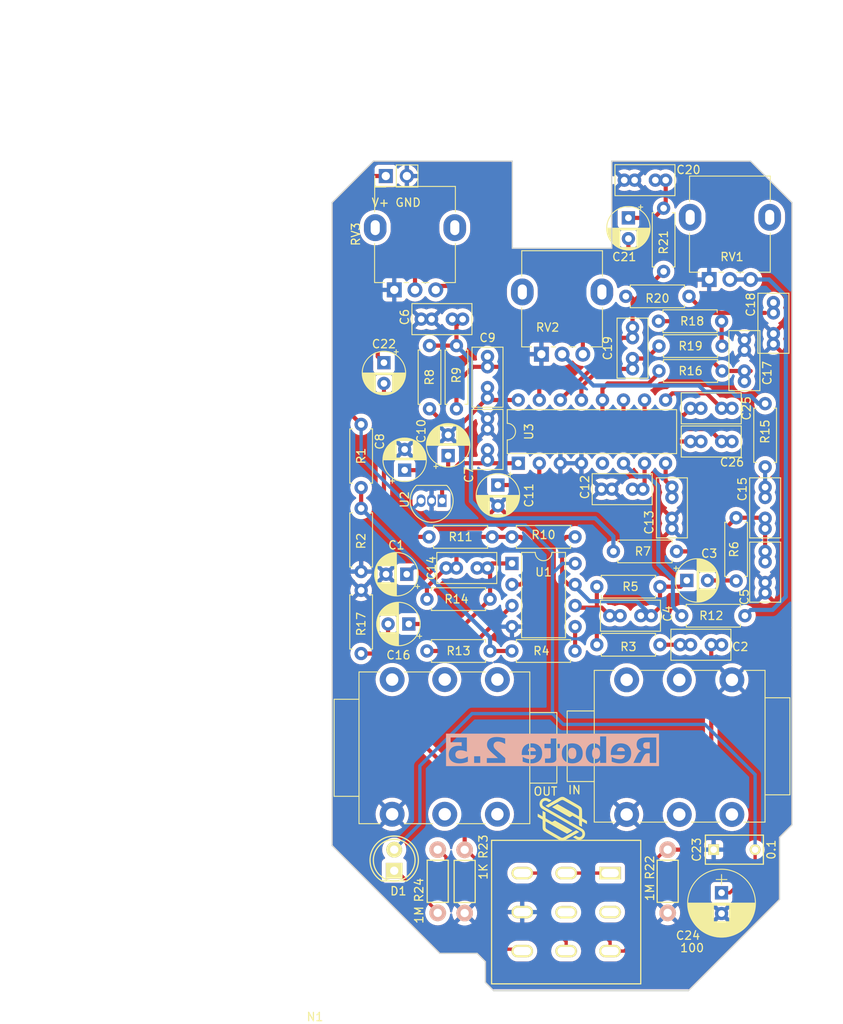
<source format=kicad_pcb>
(kicad_pcb (version 20221018) (generator pcbnew)
  (layers (0 "F.Cu" signal) (31 "B.Cu" signal) (34 "B.Paste" user) (35 "F.Paste" user) (36 "B.SilkS" user "B.Silkscreen") (37 "F.SilkS" user "F.Silkscreen") (38 "B.Mask" user) (39 "F.Mask" user) (44 "Edge.Cuts" user))
  (net 0 "")
  (net 1 "GND")
  (net 2 "+9V")
  (net 3 "Net-(D1-K)")
  (net 7 "Net-(J2-T)")
  (net 12 "Net-(J3-T)")
  (net 13 "O")
  (net 14 "I")
  (net 15 "Net-(SW1C-C)")
  (net 16 "Net-(SW1A-A)")
  (net 17 "Net-(J4-T)")
  (net 18 "Net-(J1-T)")
  (net 19 "VD")
  (net 20 "Net-(C2-Pad2)")
  (net 21 "AI")
  (net 22 "Net-(C3-Pad2)")
  (net 23 "Net-(U1B--)")
  (net 24 "Net-(C15-Pad1)")
  (net 25 "Net-(C6-Pad2)")
  (net 26 "+5V")
  (net 27 "LPF1-IN")
  (net 28 "LPF1-OUT")
  (net 29 "Net-(U3-REF)")
  (net 30 "Net-(U3-CC1)")
  (net 31 "Net-(U3-CC0)")
  (net 32 "Net-(U1A--)")
  (net 33 "Net-(C14-Pad2)")
  (net 34 "Net-(C15-Pad2)")
  (net 35 "Net-(C17-Pad2)")
  (net 36 "Net-(C18-Pad2)")
  (net 37 "LPF2-IN")
  (net 38 "LPF2-OUT")
  (net 39 "Net-(C20-Pad2)")
  (net 40 "Net-(C21-Pad2)")
  (net 41 "Net-(C22-Pad1)")
  (net 42 "Net-(C22-Pad2)")
  (net 43 "Net-(U3-OP1-OUT)")
  (net 44 "Net-(U3-OP1-IN)")
  (net 45 "Net-(U3-OP2-IN)")
  (net 46 "DELAY_OUT")
  (net 47 "Net-(U1B-+)")
  (net 48 "Net-(U3-VCO)")
  (net 49 "Net-(R12-Pad2)")
  (net 50 "Net-(U1A-+)")
  (net 51 "Net-(R15-Pad2)")
  (footprint "KiCad Lib:3PDT-Footswitch" (layer "F.Cu") (at 143.25 142.525 180)
    (fp_text reference "SW1" hide)
    (fp_text value "SW_3PDT" hide)
  )
  (footprint "Connectors:NMJ6HCD2" (layer "F.Cu") (at 122.25 130.73 90)
    (fp_text reference "J3" hide)
    (fp_text value "OUT")
  )
  (footprint "Pin_Headers:Pin_Header_Straight_1x02_Pitch2.54mm" (layer "F.Cu") (at 121.485 53.8 90)
    (fp_text reference "J1" hide)
    (fp_text value "V+ GND")
  )
  (footprint "Capacitors_THT:CP_Radial_D8.0mm_P2.50mm" (layer "F.Cu") (at 162 140.2 -90)
    (fp_text reference "C24")
    (fp_text value "100")
  )
  (footprint "LEDs:LED-5MM" (layer "F.Cu") (at 122.5 137.54 90)
    (fp_text reference "D1")
    (fp_text value "LED" hide)
  )
  (footprint "Resistors_ThroughHole:Resistor_Horizontal_RM7mm" (layer "F.Cu") (at 155.5 135 -90)
    (fp_text reference "R22")
    (fp_text value "1M")
  )
  (footprint "Resistors_ThroughHole:Resistor_Horizontal_RM7mm" (layer "F.Cu") (at 131 135.02 -90)
    (fp_text reference "R23")
    (fp_text value "1K")
  )
  (footprint "Resistors_ThroughHole:Resistor_Horizontal_RM7mm" (layer "F.Cu") (at 127.75 142.62 90)
    (fp_text reference "R24")
    (fp_text value "1M")
  )
  (footprint "Capacitors_ThroughHole:C_Rect_L7_W3.5_P5" (layer "F.Cu") (at 161.05 135)
    (fp_text reference "C23")
    (fp_text value "0.1")
  )
  (footprint "Connectors:NMJ6HCD2" (layer "F.Cu") (at 163.25 114.53 -90)
    (fp_text reference "J2" hide)
    (fp_text value "IN")
  )
  (footprint "Resistor_THT:R_Axial_DIN0207_L6.3mm_D2.5mm_P7.62mm_Horizontal" (layer "F.Cu") (at 155.01 65.3 90)
    (fp_text reference "R21")
    (fp_text value "2k7")
  )
  (footprint "Resistor_THT:R_Axial_DIN0207_L6.3mm_D2.5mm_P7.62mm_Horizontal" (layer "F.Cu") (at 154.39 71.3)
    (fp_text reference "R18")
    (fp_text value "12K")
  )
  (footprint "Resistor_THT:R_Axial_DIN0207_L6.3mm_D2.5mm_P7.62mm_Horizontal" (layer "F.Cu") (at 136.7 111.05)
    (fp_text reference "R4")
    (fp_text value "510K")
  )
  (footprint "Potentiometer_THT:Potentiometer_Alpha_RD901F-40-00D_Single_Vertical" (layer "F.Cu") (at 140.26 75.275 90)
    (fp_text reference "RV2")
    (fp_text value "25KB")
  )
  (footprint "Capacitor_THT:CP_Radial_D5.0mm_P2.50mm" (layer "F.Cu") (at 123.76 89.255113 90)
    (fp_text reference "C8")
    (fp_text value "47uF")
  )
  (footprint "Package_TO_SOT_THT:TO-92_Inline" (layer "F.Cu") (at 128.28 92.94 180)
    (fp_text reference "U2")
    (fp_text value "L78L05_TO92")
  )
  (footprint "Capacitor_THT:C_Rect_L7.0mm_W3.5mm_P2.50mm_P5.00mm" (layer "F.Cu") (at 168.26 74.05 90)
    (fp_text reference "C18")
    (fp_text value "10nF")
  )
  (footprint "Pedal-Components:tkw" (layer "F.Cu") (at 142.76 131.3)
    (fp_text reference "G***" hide)
    (fp_text value "LOGO" hide)
  )
  (footprint "Capacitor_THT:C_Rect_L7.0mm_W3.5mm_P2.50mm_P5.00mm" (layer "F.Cu") (at 147.51 91.55)
    (fp_text reference "C12")
    (fp_text value "100nF")
  )
  (footprint "Potentiometer_THT:Potentiometer_Alpha_RD901F-40-00D_Single_Vertical" (layer "F.Cu") (at 160.51 66.275 90)
    (fp_text reference "RV1")
    (fp_text value "50KB")
  )
  (footprint "Resistor_THT:R_Axial_DIN0207_L6.3mm_D2.5mm_P7.62mm_Horizontal" (layer "F.Cu") (at 158.07 68.3 180)
    (fp_text reference "R20")
    (fp_text value "24K")
  )
  (footprint "Resistor_THT:R_Axial_DIN0207_L6.3mm_D2.5mm_P7.62mm_Horizontal" (layer "F.Cu") (at 154.57 110.3 180)
    (fp_text reference "R3")
    (fp_text value "510K")
  )
  (footprint "Capacitor_THT:CP_Radial_D5.0mm_P2.50mm" (layer "F.Cu") (at 124.26 107.8 180)
    (fp_text reference "C16")
    (fp_text value "1uF")
  )
  (footprint "Capacitor_THT:C_Rect_L7.0mm_W3.5mm_P2.50mm_P5.00mm" (layer "F.Cu") (at 167.26 104.05 90)
    (fp_text reference "C5")
    (fp_text value "27nF")
  )
  (footprint "Resistor_THT:R_Axial_DIN0207_L6.3mm_D2.5mm_P7.62mm_Horizontal" (layer "F.Cu") (at 126.45 104.8)
    (fp_text reference "R14")
    (fp_text value "24K")
  )
  (footprint "Capacitor_THT:C_Rect_L7.0mm_W3.5mm_P2.50mm_P5.00mm" (layer "F.Cu") (at 164.76 73.55 -90)
    (fp_text reference "C17")
    (fp_text value "10nF")
  )
  (footprint "Capacitor_THT:CP_Radial_D5.0mm_P2.50mm" (layer "F.Cu") (at 157.804888 102.55)
    (fp_text reference "C3")
    (fp_text value "1uF")
  )
  (footprint "Capacitor_THT:C_Rect_L7.0mm_W3.5mm_P2.50mm_P5.00mm" (layer "F.Cu") (at 128.76 101.05)
    (fp_text reference "C14")
    (fp_text value "51pF")
  )
  (footprint "Capacitor_THT:CP_Radial_D5.0mm_P2.50mm" (layer "F.Cu") (at 150.76 58.844887 -90)
    (fp_text reference "C21")
    (fp_text value "1uF")
  )
  (footprint "Resistor_THT:R_Axial_DIN0207_L6.3mm_D2.5mm_P7.62mm_Horizontal" (layer "F.Cu") (at 118.51 83.74 -90)
    (fp_text reference "R1")
    (fp_text value "12K")
  )
  (footprint "Resistor_THT:R_Axial_DIN0207_L6.3mm_D2.5mm_P7.62mm_Horizontal" (layer "F.Cu") (at 163.76 102.61 90)
    (fp_text reference "R6")
    (fp_text value "12K")
  )
  (footprint "Capacitor_THT:CP_Radial_D5.0mm_P2.50mm" (layer "F.Cu") (at 124.01 101.8 180)
    (fp_text reference "C1")
    (fp_text value "47uF")
  )
  (footprint "Capacitor_THT:C_Rect_L7.0mm_W3.5mm_P2.50mm_P5.00mm" (layer "F.Cu") (at 133.76 80.55 90)
    (fp_text reference "C9")
    (fp_text value "560pF")
  )
  (footprint "Capacitor_THT:C_Rect_L7.0mm_W3.5mm_P2.50mm_P5.00mm" (layer "F.Cu") (at 133.76 83.05 -90)
    (fp_text reference "C7")
    (fp_text value "100nF")
  )
  (footprint "Resistor_THT:R_Axial_DIN0207_L6.3mm_D2.5mm_P7.62mm_Horizontal" (layer "F.Cu") (at 144.32 97.3 180)
    (fp_text reference "R10")
    (fp_text value "24K")
  )
  (footprint "Capacitor_THT:C_Rect_L7.0mm_W3.5mm_P2.50mm_P5.00mm" (layer "F.Cu") (at 148.51 106.8)
    (fp_text reference "C4")
    (fp_text value "5pF")
  )
  (footprint "Capacitor_THT:C_Rect_L7.0mm_W3.5mm_P2.50mm_P5.00mm" (layer "F.Cu") (at 163.26 85.8 180)
    (fp_text reference "C26")
    (fp_text value "82nF")
  )
  (footprint "Resistor_THT:R_Axial_DIN0207_L6.3mm_D2.5mm_P7.62mm_Horizontal" (layer "F.Cu") (at 157.2 106.8)
    (fp_text reference "R12")
    (fp_text value "1k")
  )
  (footprint "Resistor_THT:R_Axial_DIN0207_L6.3mm_D2.5mm_P7.62mm_Horizontal" (layer "F.Cu") (at 118.51 93.86 -90)
    (fp_text reference "R2")
    (fp_text value "12K")
  )
  (footprint "Resistor_THT:R_Axial_DIN0207_L6.3mm_D2.5mm_P7.62mm_Horizontal" (layer "F.Cu") (at 130.01 74.24 -90)
    (fp_text reference "R9")
    (fp_text value "47K")
  )
  (footprint "Package_DIP:DIP-16_W7.62mm" (layer "F.Cu") (at 137.47 88.42 90)
    (fp_text reference "U3")
    (fp_text value "PT2399")
  )
  (footprint "Resistor_THT:R_Axial_DIN0207_L6.3mm_D2.5mm_P7.62mm_Horizontal" (layer "F.Cu") (at 118.51 103.74 -90)
    (fp_text reference "R17")
    (fp_text value "100K")
  )
  (footprint "Capacitor_THT:CP_Radial_D5.0mm_P2.50mm" (layer "F.Cu") (at 135.01 91.05 -90)
    (fp_text reference "C11")
    (fp_text value "47uF")
  )
  (footprint "Resistor_THT:R_Axial_DIN0207_L6.3mm_D2.5mm_P7.62mm_Horizontal" (layer "F.Cu") (at 162.07 74.3 180)
    (fp_text reference "R19")
    (fp_text value "12K")
  )
  (footprint "Resistor_THT:R_Axial_DIN0207_L6.3mm_D2.5mm_P7.62mm_Horizontal" (layer "F.Cu") (at 156.57 99.05 180)
    (fp_text reference "R7")
    (fp_text value "12K")
  )
  (footprint "Pedal-Components:1590B" (layer "F.Cu") (at 112.94 154.659085)
    (fp_text reference "N1")
    (fp_text value "Housing")
  )
  (footprint "Capacitor_THT:C_Rect_L7.0mm_W3.5mm_P2.50mm_P5.00mm" (layer "F.Cu") (at 167.26 96.3 90)
    (fp_text reference "C15")
    (fp_text value "100nF")
  )
  (footprint "Package_DIP:DIP-8_W7.62mm" (layer "F.Cu") (at 136.71 100.5)
    (fp_text reference "U1")
    (fp_text value "TL072")
  )
  (footprint "Resistor_THT:R_Axial_DIN0207_L6.3mm_D2.5mm_P7.62mm_Horizontal" (layer "F.Cu") (at 146.95 103.3)
    (fp_text reference "R5")
    (fp_text value "510K")
  )
  (footprint "Capacitor_THT:CP_Radial_D5.0mm_P2.50mm" (layer "F.Cu") (at 121.26 76.3 -90)
    (fp_text reference "C22")
    (fp_text value "1uF")
  )
  (footprint "Resistor_THT:R_Axial_DIN0207_L6.3mm_D2.5mm_P7.62mm_Horizontal" (layer "F.Cu") (at 134.07 111.05 180)
    (fp_text reference "R13")
    (fp_text value "1k")
  )
  (footprint "Potentiometer_THT:Potentiometer_Alpha_RD901F-40-00D_Single_Vertical" (layer "F.Cu") (at 122.51 67.525 90)
    (fp_text reference "RV3")
    (fp_text value "100KB")
  )
  (footprint "Capacitor_THT:C_Rect_L7.0mm_W3.5mm_P2.50mm_P5.00mm" (layer "F.Cu") (at 162.01 110.3 180)
    (fp_text reference "C2")
    (fp_text value "8n2")
  )
  (footprint "Capacitor_THT:C_Rect_L7.0mm_W3.5mm_P2.50mm_P5.00mm" (layer "F.Cu") (at 163.26 81.8 180)
    (fp_text reference "C25")
    (fp_text value "82nF")
  )
  (footprint "Resistor_THT:R_Axial_DIN0207_L6.3mm_D2.5mm_P7.62mm_Horizontal" (layer "F.Cu") (at 126.7 97.3)
    (fp_text reference "R11")
    (fp_text value "33K")
  )
  (footprint "Capacitor_THT:C_Rect_L7.0mm_W3.5mm_P2.50mm_P5.00mm" (layer "F.Cu") (at 125.76 71.05)
    (fp_text reference "C6")
    (fp_text value "10nF")
  )
  (footprint "Capacitor_THT:C_Rect_L7.0mm_W3.5mm_P2.50mm_P5.00mm" (layer "F.Cu") (at 156.01 96.3 90)
    (fp_text reference "C13")
    (fp_text value "100nF")
  )
  (footprint "Capacitor_THT:C_Rect_L7.0mm_W3.5mm_P2.50mm_P5.00mm" (layer "F.Cu") (at 151.26 77.05 90)
    (fp_text reference "C19")
    (fp_text value "1nF")
  )
  (footprint "Resistor_THT:R_Axial_DIN0207_L6.3mm_D2.5mm_P7.62mm_Horizontal" (layer "F.Cu") (at 167.26 88.86 90)
    (fp_text reference "R15")
    (fp_text value "15K")
  )
  (footprint "Capacitor_THT:C_Rect_L7.0mm_W3.5mm_P2.50mm_P5.00mm" (layer "F.Cu") (at 150.26 54.3)
    (fp_text reference "C20")
    (fp_text value "100nF")
  )
  (footprint "Resistor_THT:R_Axial_DIN0207_L6.3mm_D2.5mm_P7.62mm_Horizontal" (layer "F.Cu") (at 154.45 77.3)
    (fp_text reference "R16")
    (fp_text value "12K")
  )
  (footprint "Resistor_THT:R_Axial_DIN0207_L6.3mm_D2.5mm_P7.62mm_Horizontal" (layer "F.Cu") (at 126.76 74.24 -90)
    (fp_text reference "R8")
    (fp_text value "12K")
  )
  (footprint "Capacitor_THT:CP_Radial_D5.0mm_P2.50mm" (layer "F.Cu") (at 129.01 87.505113 90)
    (fp_text reference "C10")
    (fp_text value "47uF")
  )
  (gr_line (start 128 147.5) (end 127 146.5) (stroke (width 0.15)) (layer "Edge.Cuts"))
  (gr_line (start 115 134.5) (end 115 121) (stroke (width 0.15)) (layer "Edge.Cuts"))
  (gr_line (start 148.75 62.5) (end 148.75 52) (stroke (width 0.15)) (layer "Edge.Cuts"))
  (gr_line (start 127 146.5) (end 115 134.5) (stroke (width 0.15)) (layer "Edge.Cuts"))
  (gr_line (start 115 57) (end 115 108.25) (stroke (width 0.15)) (layer "Edge.Cuts"))
  (gr_line (start 169 141) (end 158 152) (stroke (width 0.15)) (layer "Edge.Cuts"))
  (gr_line (start 133.5 151) (end 133.5 148.5) (stroke (width 0.15)) (layer "Edge.Cuts"))
  (gr_line (start 165.5 52) (end 170.5 57) (stroke (width 0.15)) (layer "Edge.Cuts"))
  (gr_line (start 169 133.5) (end 170.5 132) (stroke (width 0.15)) (layer "Edge.Cuts"))
  (gr_line (start 115 57) (end 120 52) (stroke (width 0.15)) (layer "Edge.Cuts"))
  (gr_line (start 170.5 85) (end 170.5 57) (stroke (width 0.15)) (layer "Edge.Cuts"))
  (gr_line (start 136.75 62.5) (end 148.75 62.5) (stroke (width 0.15)) (layer "Edge.Cuts"))
  (gr_line (start 136.75 52) (end 120 52) (stroke (width 0.15)) (layer "Edge.Cuts"))
  (gr_line (start 134.5 152) (end 158 152) (stroke (width 0.15)) (layer "Edge.Cuts"))
  (gr_line (start 169 133.5) (end 169 141) (stroke (width 0.15)) (layer "Edge.Cuts"))
  (gr_line (start 170.5 108.25) (end 170.5 85) (stroke (width 0.15)) (layer "Edge.Cuts"))
  (gr_line (start 136.75 52) (end 136.75 62.5) (stroke (width 0.15)) (layer "Edge.Cuts"))
  (gr_line (start 134.5 152) (end 133.5 151) (stroke (width 0.15)) (layer "Edge.Cuts"))
  (gr_line (start 133.5 148.5) (end 132.5 147.5) (stroke (width 0.15)) (layer "Edge.Cuts"))
  (gr_line (start 115 112.75) (end 115 121) (stroke (width 0.15)) (layer "Edge.Cuts"))
  (gr_line (start 148.75 52) (end 165.5 52) (stroke (width 0.15)) (layer "Edge.Cuts"))
  (gr_line (start 132.5 147.5) (end 128.5 147.5) (stroke (width 0.15)) (layer "Edge.Cuts"))
  (gr_line (start 170.5 108.25) (end 170.5 112.75) (stroke (width 0.15)) (layer "Edge.Cuts"))
  (gr_line (start 115 108.25) (end 115 112.75) (stroke (width 0.15)) (layer "Edge.Cuts"))
  (gr_line (start 170.5 132) (end 170.5 112.75) (stroke (width 0.15)) (layer "Edge.Cuts"))
  (gr_line (start 128.5 147.5) (end 128 147.5) (stroke (width 0.15)) (layer "Edge.Cuts"))
  (gr_text "Rebote 2.5" (at 154.51 125.05) (layer "B.SilkS" knockout) (effects (font (size 3 3) (thickness 0.3) bold italic) (justify left bottom mirror)))
  (segment (start 162 140.2) (end 163 140.2) (width 0.4) (layer "F.Cu") (net 2))
  (segment (start 119.76 53.8) (end 116.76 56.8) (width 0.5) (layer "F.Cu") (net 2))
  (segment (start 163 140.2) (end 166.05 137.15) (width 0.4) (layer "F.Cu") (net 2))
  (segment (start 166.05 137.15) (end 166.05 135) (width 0.4) (layer "F.Cu") (net 2))
  (segment (start 116.76 56.8) (end 116.76 81.99) (width 0.5) (layer "F.Cu") (net 2))
  (segment (start 121.485 53.8) (end 119.76 53.8) (width 0.5) (layer "F.Cu") (net 2))
  (segment (start 116.76 81.99) (end 118.51 83.74) (width 0.5) (layer "F.Cu") (net 2))
  (segment (start 124.51 93.8) (end 124.88 93.8) (width 0.4) (layer "B.Cu") (net 2))
  (segment (start 141.6 101.71) (end 141.6 99.14) (width 0.4) (layer "B.Cu") (net 2))
  (segment (start 125.6 131.9) (end 122.5 135) (width 0.4) (layer "B.Cu") (net 2))
  (segment (start 124.88 93.8) (end 125.74 92.94) (width 0.4) (layer "B.Cu") (net 2))
  (segment (start 126.59 95.88) (end 124.51 93.8) (width 0.4) (layer "B.Cu") (net 2))
  (segment (start 141.6 118.6) (end 142.9 119.9) (width 0.4) (layer "B.Cu") (net 2))
  (segment (start 131.9 118.6) (end 125.6 124.9) (width 0.4) (layer "B.Cu") (net 2))
  (segment (start 160 119.9) (end 166.05 125.95) (width 0.4) (layer "B.Cu") (net 2))
  (segment (start 125.6 124.9) (end 125.6 131.9) (width 0.4) (layer "B.Cu") (net 2))
  (segment (start 118.51 87.8) (end 118.51 83.74) (width 0.4) (layer "B.Cu") (net 2))
  (segment (start 142.9 119.9) (end 160 119.9) (width 0.4) (layer "B.Cu") (net 2))
  (segment (start 142.81 100.5) (end 144.33 100.5) (width 0.4) (layer "B.Cu") (net 2))
  (segment (start 166.05 125.95) (end 166.05 135) (width 0.4) (layer "B.Cu") (net 2))
  (segment (start 124.51 93.8) (end 118.51 87.8) (width 0.4) (layer "B.Cu") (net 2))
  (segment (start 138.34 95.88) (end 126.59 95.88) (width 0.4) (layer "B.Cu") (net 2))
  (segment (start 141.6 99.14) (end 138.34 95.88) (width 0.4) (layer "B.Cu") (net 2))
  (segment (start 141.6 118.6) (end 131.9 118.6) (width 0.4) (layer "B.Cu") (net 2))
  (segment (start 141.6 118.6) (end 141.6 101.71) (width 0.4) (layer "B.Cu") (net 2))
  (segment (start 141.6 101.71) (end 142.81 100.5) (width 0.4) (layer "B.Cu") (net 2))
  (segment (start 122.75 137.5) (end 127.75 142.5) (width 0.4) (layer "F.Cu") (net 3))
  (segment (start 118.51 111.36) (end 119.95 111.36) (width 0.5) (layer "F.Cu") (net 13))
  (segment (start 119.95 111.36) (end 121.76 109.55) (width 0.5) (layer "F.Cu") (net 13))
  (segment (start 125.26 121.55) (end 131 127.29) (width 0.5) (layer "F.Cu") (net 13))
  (segment (start 140.6 143.425) (end 143.25 146.075) (width 0.4) (layer "F.Cu") (net 13))
  (segment (start 121.76 107.8) (end 121.76 109.55) (width 0.5) (layer "F.Cu") (net 13))
  (segment (start 125.26 113.05) (end 125.26 121.55) (width 0.5) (layer "F.Cu") (net 13))
  (segment (start 121.76 109.55) (end 125.26 113.05) (width 0.5) (layer "F.Cu") (net 13))
  (segment (start 131 127.29) (end 131 135.02) (width 0.5) (layer "F.Cu") (net 13))
  (segment (start 131.22 135.02) (end 136.4 140.2) (width 0.4) (layer "F.Cu") (net 13))
  (segment (start 143.25 146.075) (end 143.25 147.225) (width 0.4) (layer "F.Cu") (net 13))
  (segment (start 140.6 141.6) (end 140.6 143.425) (width 0.4) (layer "F.Cu") (net 13))
  (segment (start 139.2 140.2) (end 140.6 141.6) (width 0.4) (layer "F.Cu") (net 13))
  (segment (start 136.4 140.2) (end 139.2 140.2) (width 0.4) (layer "F.Cu") (net 13))
  (segment (start 148.55 146.075) (end 145.9 143.425) (width 0.4) (layer "F.Cu") (net 14))
  (segment (start 151.925 145.575) (end 152.5 145) (width 0.4) (layer "F.Cu") (net 14))
  (segment (start 148.55 147.225) (end 148.55 146.075) (width 0.4) (layer "F.Cu") (net 14))
  (segment (start 152.5 145) (end 152.5 141.5) (width 0.4) (layer "F.Cu") (net 14))
  (segment (start 141.6 140.1) (end 140.5 139) (width 0.4) (layer "F.Cu") (net 14))
  (segment (start 151.9 145.575) (end 151.925 145.575) (width 0.4) (layer "F.Cu") (net 14))
  (segment (start 154 140) (end 154 136.25) (width 0.4) (layer "F.Cu") (net 14))
  (segment (start 137.95 137.825) (end 139.825 137.825) (width 0.4) (layer "F.Cu") (net 14))
  (segment (start 140.5 138.5) (end 139.825 137.825) (width 0.4) (layer "F.Cu") (net 14))
  (segment (start 160.76 110.3) (end 160.76 131.3) (width 0.5) (layer "F.Cu") (net 14))
  (segment (start 154 136.25) (end 155.5 134.75) (width 0.4) (layer "F.Cu") (net 14))
  (segment (start 157.06 135) (end 155.5 135) (width 0.5) (layer "F.Cu") (net 14))
  (segment (start 140.5 139) (end 140.5 138.5) (width 0.4) (layer "F.Cu") (net 14))
  (segment (start 145.9 141.6) (end 144.4 140.1) (width 0.4) (layer "F.Cu") (net 14))
  (segment (start 150.25 147.225) (end 151.9 145.575) (width 0.4) (layer "F.Cu") (net 14))
  (segment (start 160.76 131.3) (end 157.06 135) (width 0.5) (layer "F.Cu") (net 14))
  (segment (start 148.55 147.225) (end 150.25 147.225) (width 0.4) (layer "F.Cu") (net 14))
  (segment (start 144.4 140.1) (end 141.6 140.1) (width 0.4) (layer "F.Cu") (net 14))
  (segment (start 145.9 143.425) (end 145.9 141.6) (width 0.4) (layer "F.Cu") (net 14))
  (segment (start 152.5 141.5) (end 154 140) (width 0.4) (layer "F.Cu") (net 14))
  (segment (start 133.2 139.9) (end 134.2 140.9) (width 0.4) (layer "F.Cu") (net 15))
  (segment (start 130.9 139.9) (end 133.2 139.9) (width 0.4) (layer "F.Cu") (net 15))
  (segment (start 128.749489 137.749489) (end 130.9 139.9) (width 0.4) (layer "F.Cu") (net 15))
  (segment (start 128.749489 135.879489) (end 128.749489 137.749489) (width 0.4) (layer "F.Cu") (net 15))
  (segment (start 134.2 140.9) (end 134.2 145.1) (width 0.4) (layer "F.Cu") (net 15))
  (segment (start 127.87 135) (end 128.749489 135.879489) (width 0.4) (layer "F.Cu") (net 15))
  (segment (start 134.2 145.1) (end 136.1 147) (width 0.4) (layer "F.Cu") (net 15))
  (segment (start 136.1 147) (end 137.725 147) (width 0.4) (layer "F.Cu") (net 15))
  (segment (start 143.25 137.825) (end 148.55 137.825) (width 0.4) (layer "F.Cu") (net 16))
  (segment (start 134.07 111.05) (end 136.7 111.05) (width 0.5) (layer "F.Cu") (net 19))
  (segment (start 118.51 91.36) (end 118.51 93.86) (width 0.5) (layer "F.Cu") (net 19))
  (segment (start 134.07 111.05) (end 134.07 109.42) (width 0.5) (layer "B.Cu") (net 19))
  (segment (start 124.855 100.955) (end 124.01 101.8) (width 0.5) (layer "B.Cu") (net 19))
  (segment (start 125.605 100.955) (end 124.855 100.955) (width 0.5) (layer "B.Cu") (net 19))
  (segment (start 125.605 100.955) (end 118.51 93.86) (width 0.5) (layer "B.Cu") (net 19))
  (segment (start 134.07 109.42) (end 125.605 100.955) (width 0.5) (layer "B.Cu") (net 19))
  (segment (start 154.57 110.3) (end 158.26 110.3) (width 0.5) (layer "F.Cu") (net 20))
  (segment (start 142.76 102.3) (end 142.76 97.8) (width 0.5) (layer "F.Cu") (net 21))
  (segment (start 157.054888 103.3) (end 157.804888 102.55) (width 0.5) (layer "F.Cu") (net 21))
  (segment (start 154.57 105.74) (end 153.51 106.8) (width 0.5) (layer "F.Cu") (net 21))
  (segment (start 144.33 103.04) (end 143.5 103.04) (width 0.5) (layer "F.Cu") (net 21))
  (segment (start 143.26 97.3) (end 144.32 97.3) (width 0.5) (layer "F.Cu") (net 21))
  (segment (start 154.57 103.3) (end 157.054888 103.3) (width 0.5) (layer "F.Cu") (net 21))
  (segment (start 154.57 103.3) (end 154.57 105.74) (width 0.5) (layer "F.Cu") (net 21))
  (segment (start 143.5 103.04) (end 142.76 102.3) (width 0.5) (layer "F.Cu") (net 21))
  (segment (start 142.76 97.8) (end 143.26 97.3) (width 0.5) (layer "F.Cu") (net 21))
  (segment (start 146.09 105.05) (end 151.76 105.05) (width 0.5) (layer "B.Cu") (net 21))
  (segment (start 151.76 105.05) (end 153.51 106.8) (width 0.5) (layer "B.Cu") (net 21))
  (segment (start 144.33 103.29) (end 146.09 105.05) (width 0.5) (layer "B.Cu") (net 21))
  (segment (start 160.304888 102.55) (end 163.7 102.55) (width 0.5) (layer "F.Cu") (net 22))
  (segment (start 144.33 105.83) (end 147.01 105.83) (width 0.5) (layer "F.Cu") (net 23))
  (segment (start 146.95 105.89) (end 147.01 105.83) (width 0.5) (layer "F.Cu") (net 23))
  (segment (start 146.95 110.3) (end 146.95 105.89) (width 0.5) (layer "F.Cu") (net 23))
  (segment (start 147.54 105.83) (end 148.51 106.8) (width 0.5) (layer "F.Cu") (net 23))
  (segment (start 146.95 103.3) (end 146.95 105.77) (width 0.5) (layer "F.Cu") (net 23))
  (segment (start 146.95 105.77) (end 147.01 105.83) (width 0.5) (layer "F.Cu") (net 23))
  (segment (start 147.01 105.83) (end 147.54 105.83) (width 0.5) (layer "F.Cu") (net 23))
  (segment (start 163.76 94.99) (end 167.2 94.99) (width 0.5) (layer "F.Cu") (net 24))
  (segment (start 167.26 95.05) (end 167.26 100.3) (width 0.5) (layer "F.Cu") (net 24))
  (segment (start 156.57 99.05) (end 159.7 99.05) (width 0.5) (layer "F.Cu") (net 24))
  (segment (start 159.7 99.05) (end 163.76 94.99) (width 0.5) (layer "F.Cu") (net 24))
  (segment (start 130.01 74.24) (end 130.01 71.8) (width 0.5) (layer "F.Cu") (net 25))
  (segment (start 126.76 74.24) (end 130.01 74.24) (width 0.5) (layer "F.Cu") (net 25))
  (segment (start 130.01 71.8) (end 130.76 71.05) (width 0.5) (layer "F.Cu") (net 25))
  (segment (start 130.01 74.24) (end 131.76 75.99) (width 0.5) (layer "B.Cu") (net 25))
  (segment (start 131.76 93) (end 133.81 95.05) (width 0.5) (layer "B.Cu") (net 25))
  (segment (start 148.95 97.24) (end 148.95 99.05) (width 0.5) (layer "B.Cu") (net 25))
  (segment (start 146.76 95.05) (end 148.95 97.24) (width 0.5) (layer "B.Cu") (net 25))
  (segment (start 131.76 75.99) (end 131.76 93) (width 0.5) (layer "B.Cu") (net 25))
  (segment (start 133.81 95.05) (end 146.76 95.05) (width 0.5) (layer "B.Cu") (net 25))
  (segment (start 128.28 90.53) (end 129.635 89.175) (width 0.5) (layer "F.Cu") (net 26))
  (segment (start 129.01 89.005113) (end 129.26 89.255113) (width 0.5) (layer "F.Cu") (net 26))
  (segment (start 129.26 89.255113) (end 129.554887 89.255113) (width 0.5) (layer "F.Cu") (net 26))
  (segment (start 129.554887 89.255113) (end 129.635 89.175) (width 0.5) (layer "F.Cu") (net 26))
  (segment (start 129.01 87.505113) (end 129.01 89.005113) (width 0.5) (layer "F.Cu") (net 26))
  (segment (start 129.635 89.175) (end 130.39 88.42) (width 0.5) (layer "F.Cu") (net 26))
  (segment (start 128.28 92.94) (end 128.28 90.53) (width 0.5) (layer "F.Cu") (net 26))
  (segment (start 130.39 88.42) (end 137.47 88.42) (width 0.5) (layer "F.Cu") (net 26))
  (segment (start 123.76 89.255113) (end 129.26 89.255113) (width 0.5) (layer "F.Cu") (net 26))
  (segment (start 133.76 80.55) (end 130.76 83.55) (width 0.5) (layer "F.Cu") (net 27))
  (segment (start 137.47 80.8) (end 134.01 80.8) (width 0.5) (layer "F.Cu") (net 27))
  (segment (start 128.45 83.55) (end 126.76 81.86) (width 0.5) (layer "F.Cu") (net 27))
  (segment (start 130.76 83.55) (end 128.45 83.55) (width 0.5) (layer "F.Cu") (net 27))
  (segment (start 130.01 78.8) (end 132.01 76.8) (width 0.5) (layer "F.Cu") (net 28))
  (segment (start 130.01 81.86) (end 130.01 78.8) (width 0.5) (layer "F.Cu") (net 28))
  (segment (start 133.76 76.8) (end 138.01 76.8) (width 0.5) (layer "F.Cu") (net 28))
  (segment (start 138.01 76.8) (end 140.01 78.8) (width 0.5) (layer "F.Cu") (net 28))
  (segment (start 140.01 78.8) (end 140.01 80.8) (width 0.5) (layer "F.Cu") (net 28))
  (segment (start 132.01 76.8) (end 133.76 76.8) (width 0.5) (layer "F.Cu") (net 28))
  (segment (start 140.01 90.05) (end 140.01 88.42) (width 0.5) (layer "F.Cu") (net 29))
  (segment (start 139.01 91.05) (end 140.01 90.05) (width 0.5) (layer "F.Cu") (net 29))
  (segment (start 135.01 91.05) (end 139.01 91.05) (width 0.5) (layer "F.Cu") (net 29))
  (segment (start 152.71 88.42) (end 152.71 91.35) (width 0.5) (layer "F.Cu") (net 30))
  (segment (start 155.25 90.54) (end 156.01 91.3) (width 0.5) (layer "F.Cu") (net 31))
  (segment (start 155.25 88.42) (end 155.25 90.54) (width 0.5) (layer "F.Cu") (net 31))
  (segment (start 138.51 102.3) (end 138.51 98.05) (width 0.5) (layer "F.Cu") (net 32))
  (segment (start 137.76 97.3) (end 136.7 97.3) (width 0.5) (layer "F.Cu") (net 32))
  (segment (start 136.7 97.3) (end 131.51 97.3) (width 0.5) (layer "F.Cu") (net 32))
  (segment (start 126.45 103.36) (end 128.76 101.05) (width 0.5) (layer "F.Cu") (net 32))
  (segment (start 138.51 98.05) (end 137.76 97.3) (width 0.5) (layer "F.Cu") (net 32))
  (segment (start 137.77 103.04) (end 138.51 102.3) (width 0.5) (layer "F.Cu") (net 32))
  (segment (start 126.45 104.8) (end 126.45 103.36) (width 0.5) (layer "F.Cu") (net 32))
  (segment (start 131.51 97.3) (end 130.01 98.8) (width 0.5) (layer "F.Cu") (net 32))
  (segment (start 136.71 103.04) (end 137.77 103.04) (width 0.5) (layer "F.Cu") (net 32))
  (segment (start 130.01 98.8) (end 130.01 101.05) (width 0.5) (layer "F.Cu") (net 32))
  (segment (start 131.07 107.8) (end 134.07 104.8) (width 0.5) (layer "F.Cu") (net 33))
  (segment (start 134.31 100.5) (end 133.76 101.05) (width 0.5) (layer "F.Cu") (net 33))
  (segment (start 124.26 107.8) (end 131.07 107.8) (width 0.5) (layer "F.Cu") (net 33))
  (segment (start 134.07 104.8) (end 134.07 101.36) (width 0.5) (layer "F.Cu") (net 33))
  (segment (start 136.71 100.5) (end 134.31 100.5) (width 0.5) (layer "F.Cu") (net 33))
  (segment (start 167.26 88.86) (end 167.26 92.55) (width 0.5) (layer "B.Cu") (net 34))
  (segment (start 162.07 77.3) (end 165.51 77.3) (width 0.5) (layer "F.Cu") (net 35))
  (segment (start 154.39 71.3) (end 156.07 71.3) (width 0.5) (layer "F.Cu") (net 35))
  (segment (start 156.07 71.3) (end 162.07 77.3) (width 0.5) (layer "F.Cu") (net 35))
  (segment (start 162.01 71.3) (end 162.01 74.24) (width 0.5) (layer "F.Cu") (net 36))
  (segment (start 162.01 70.55) (end 161.76 70.3) (width 0.5) (layer "F.Cu") (net 36))
  (segment (start 161.76 70.3) (end 160.07 70.3) (width 0.5) (layer "F.Cu") (net 36))
  (segment (start 162.01 71.3) (end 162.01 70.55) (width 0.5) (layer "F.Cu") (net 36))
  (segment (start 160.07 70.3) (end 158.07 68.3) (width 0.5) (layer "F.Cu") (net 36))
  (segment (start 167.26 70.3) (end 161.76 70.3) (width 0.5) (layer "F.Cu") (net 36))
  (segment (start 145.09 80.8) (end 145.09 79.22) (width 0.5) (layer "F.Cu") (net 37))
  (segment (start 152.95 75.8) (end 154.45 74.3) (width 0.5) (layer "F.Cu") (net 37))
  (segment (start 147.26 77.05) (end 151.26 77.05) (width 0.5) (layer "F.Cu") (net 37))
  (segment (start 145.09 79.22) (end 147.26 77.05) (width 0.5) (layer "F.Cu") (net 37))
  (segment (start 151.26 75.8) (end 152.95 75.8) (width 0.5) (layer "F.Cu") (net 37))
  (segment (start 151.26 69.05) (end 151.51 68.8) (width 0.5) (layer "F.Cu") (net 38))
  (segment (start 151.26 73.3) (end 150.02005 73.3) (width 0.5) (layer "F.Cu") (net 38))
  (segment (start 150.02005 73.3) (end 142.55 80.77005) (width 0.5) (layer "F.Cu") (net 38))
  (segment (start 150.45 68.3) (end 151.01 68.3) (width 0.5) (layer "F.Cu") (net 38))
  (segment (start 151.26 72.05) (end 151.26 69.05) (width 0.5) (layer "F.Cu") (net 38))
  (segment (start 151.51 68.8) (end 155.01 65.3) (width 0.5) (layer "F.Cu") (net 38))
  (segment (start 151.01 68.3) (end 151.51 68.8) (width 0.5) (layer "F.Cu") (net 38))
  (segment (start 150.76 58.844887) (end 153.845113 58.844887) (width 0.5) (layer "F.Cu") (net 39))
  (segment (start 155.26 54.3) (end 155.26 57.43) (width 0.5) (layer "F.Cu") (net 39))
  (segment (start 153.845113 58.844887) (end 155.01 57.68) (width 0.5) (layer "F.Cu") (net 39))
  (segment (start 150.76 62.57) (end 148.82 64.51) (width 0.5) (layer "F.Cu") (net 40))
  (segment (start 145.26 66.55) (end 145.26 75.275) (width 0.5) (layer "F.Cu") (net 40))
  (segment (start 150.76 61.344887) (end 150.76 62.57) (width 0.5) (layer "F.Cu") (net 40))
  (segment (start 127.51 67.525) (end 127.985 67.05) (width 0.5) (layer "F.Cu") (net 40))
  (segment (start 145.61 64.51) (end 144.415 65.705) (width 0.5) (layer "F.Cu") (net 40))
  (segment (start 144.415 65.705) (end 145.26 66.55) (width 0.5) (layer "F.Cu") (net 40))
  (segment (start 144.01 65.3) (end 144.415 65.705) (width 0.5) (layer "F.Cu") (net 40))
  (segment (start 136.51 65.3) (end 144.01 65.3) (width 0.5) (layer "F.Cu") (net 40))
  (segment (start 127.985 67.05) (end 134.76 67.05) (width 0.5) (layer "F.Cu") (net 40))
  (segment (start 134.76 67.05) (end 136.51 65.3) (width 0.5) (layer "F.Cu") (net 40))
  (segment (start 148.82 64.51) (end 145.61 64.51) (width 0.5) (layer "F.Cu") (net 40))
  (segment (start 125.01 66.05) (end 124.01 65.05) (width 0.5) (layer "F.Cu") (net 41))
  (segment (start 121.51 65.05) (end 120.51 66.05) (width 0.5) (layer "F.Cu") (net 41))
  (segment (start 120.51 66.05) (end 120.51 75.55) (width 0.5) (layer "F.Cu") (net 41))
  (segment (start 120.51 75.55) (end 121.26 76.3) (width 0.5) (layer "F.Cu") (net 41))
  (segment (start 125.01 67.525) (end 125.01 66.05) (width 0.5) (layer "F.Cu") (net 41))
  (segment (start 124.01 65.05) (end 121.51 65.05) (width 0.5) (layer "F.Cu") (net 41))
  (segment (start 124.76 97.3) (end 126.7 97.3) (width 0.5) (layer "F.Cu") (net 42))
  (segment (start 121.26 78.8) (end 121.26 93.8) (width 0.5) (layer "F.Cu") (net 42))
  (segment (start 121.26 93.8) (end 124.76 97.3) (width 0.5) (layer "F.Cu") (net 42))
  (segment (start 160.210001 80.000001) (end 162.01 81.8) (width 0.5) (layer "F.Cu") (net 43))
  (segment (start 156.049999 80.000001) (end 160.210001 80.000001) (width 0.5) (layer "F.Cu") (net 43))
  (segment (start 155.25 80.8) (end 156.049999 80.000001) (width 0.5) (layer "F.Cu") (net 43))
  (segment (start 153.309999 82.599999) (end 152.71 82) (width 0.5) (layer "F.Cu") (net 44))
  (segment (start 158.26 81.8) (end 157.460001 82.599999) (width 0.5) (layer "F.Cu") (net 44))
  (segment (start 152.71 82) (end 152.71 80.8) (width 0.5) (layer "F.Cu") (net 44))
  (segment (start 157.460001 82.599999) (end 153.309999 82.599999) (width 0.5) (layer "F.Cu") (net 44))
  (segment (start 151.51 84.3) (end 160.51 84.3) (width 0.5) (layer "F.Cu") (net 45))
  (segment (start 150.17 80.8) (end 150.17 82.96) (width 0.5) (layer "F.Cu") (net 45))
  (segment (start 150.17 82.96) (end 151.51 84.3) (width 0.5) (layer "F.Cu") (net 45))
  (segment (start 160.51 84.3) (end 162.01 85.8) (width 0.5) (layer "F.Cu") (net 45))
  (segment (start 158.26 85.8) (end 148.76 85.8) (width 0.5) (layer "F.Cu") (net 46))
  (segment (start 147.63 80.8) (end 147.63 79.43) (width 0.5) (layer "F.Cu") (net 46))
  (segment (start 148.76 85.8) (end 147.63 84.67) (width 0.5) (layer "F.Cu") (net 46))
  (segment (start 147.63 79.43) (end 148.26 78.8) (width 0.5) (layer "F.Cu") (net 46))
  (segment (start 153.2 78.8) (end 154.7 77.3) (width 0.5) (layer "F.Cu") (net 46))
  (segment (start 147.63 84.67) (end 147.63 80.8) (width 0.5) (layer "F.Cu") (net 46))
  (segment (start 148.26 78.8) (end 153.2 78.8) (width 0.5) (layer "F.Cu") (net 46))
  (segment (start 144.33 108.12) (end 144.33 111.04) (width 0.5) (layer "F.Cu") (net 47))
  (segment (start 156.13 105.73) (end 157.2 106.8) (width 0.5) (layer "B.Cu") (net 48))
  (segment (start 153.22 90.02) (end 154.37 91.17) (width 0.5) (layer "B.Cu") (net 48))
  (segment (start 150.17 88.42) (end 151.77 90.02) (width 0.5) (layer "B.Cu") (net 48))
  (segment (start 154.37 91.17) (end 154.37 100.62) (width 0.5) (layer "B.Cu") (net 48))
  (segment (start 151.77 90.02) (end 153.22 90.02) (width 0.5) (layer "B.Cu") (net 48))
  (segment (start 154.37 100.62) (end 156.13 102.38) (width 0.5) (layer "B.Cu") (net 48))
  (segment (start 156.13 102.38) (end 156.13 105.73) (width 0.5) (layer "B.Cu") (net 48))
  (segment (start 163.01 66.275) (end 165.51 66.275) (width 0.5) (layer "F.Cu") (net 49))
  (segment (start 165.52 106.1) (end 168.16 106.1) (width 0.5) (layer "B.Cu") (net 49))
  (segment (start 164.82 106.8) (end 165.52 106.1) (width 0.5) (layer "B.Cu") (net 49))
  (segment (start 169.76 104.5) (end 169.76 68.3) (width 0.5) (layer "B.Cu") (net 49))
  (segment (start 168.16 106.1) (end 169.76 104.5) (width 0.5) (layer "B.Cu") (net 49))
  (segment (start 169.76 68.3) (end 167.735 66.275) (width 0.5) (layer "B.Cu") (net 49))
  (segment (start 167.735 66.275) (end 163.01 66.275) (width 0.5) (layer "B.Cu") (net 49))
  (segment (start 131.24 111.05) (end 136.71 105.58) (width 0.5) (layer "F.Cu") (net 50))
  (segment (start 126.45 111.05) (end 131.24 111.05) (width 0.5) (layer "F.Cu") (net 50))
  (segment (start 166.45 81.24) (end 167.26 81.24) (width 0.5) (layer "B.Cu") (net 51))
  (segment (start 163.26 79.8) (end 163.76 80.3) (width 0.5) (layer "B.Cu") (net 51))
  (segment (start 159.26 79.05) (end 160.01 79.8) (width 0.5) (layer "B.Cu") (net 51))
  (segment (start 163.76 80.3) (end 165.51 80.3) (width 0.5) (layer "B.Cu") (net 51))
  (segment (start 146.535 79.05) (end 159.26 79.05) (width 0.5) (layer "B.Cu") (net 51))
  (segment (start 165.51 80.3) (end 166.45 81.24) (width 0.5) (layer "B.Cu") (net 51))
  (segment (start 142.76 75.275) (end 146.535 79.05) (width 0.5) (layer "B.Cu") (net 51))
  (segment (start 160.01 79.8) (end 163.26 79.8) (width 0.5) (layer "B.Cu") (net 51))
  (zone (net 1) (net_name "GND") (layer "F.Cu") (connect_pads (clearance 0.508)) (min_thickness 0.254) (fill yes (thermal_gap 0.508) (thermal_bridge_width 0.508))
    (polygon (pts (xy 114.25 152.5) (xy 171.25 152.5) (xy 171.25 44.5) (xy 114.25 44.5)))
  )
  (zone (net 1) (net_name "GND") (layer "B.Cu") (connect_pads (clearance 0.508)) (min_thickness 0.254) (fill yes (thermal_gap 0.508) (thermal_bridge_width 0.508))
    (polygon (pts (xy 114.25 152.5) (xy 171.25 152.5) (xy 171.25 44.5) (xy 114.25 44.5)))
  )
)
</source>
